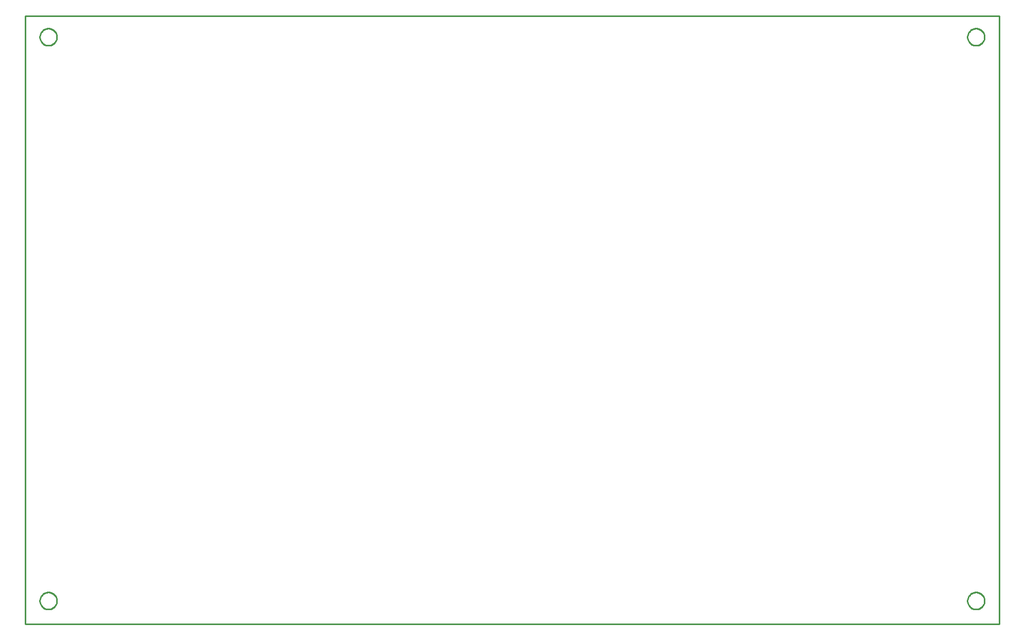
<source format=gbr>
G04 EAGLE Gerber RS-274X export*
G75*
%MOMM*%
%FSLAX34Y34*%
%LPD*%
%IN*%
%IPPOS*%
%AMOC8*
5,1,8,0,0,1.08239X$1,22.5*%
G01*
%ADD10C,0.254000*%


D10*
X0Y0D02*
X1600000Y0D01*
X1600000Y1000000D01*
X0Y1000000D01*
X0Y0D01*
X52100Y37600D02*
X52029Y36603D01*
X51886Y35613D01*
X51674Y34636D01*
X51392Y33676D01*
X51043Y32739D01*
X50627Y31829D01*
X50148Y30952D01*
X49607Y30110D01*
X49008Y29310D01*
X48353Y28554D01*
X47646Y27847D01*
X46890Y27192D01*
X46090Y26593D01*
X45248Y26052D01*
X44371Y25573D01*
X43461Y25157D01*
X42524Y24808D01*
X41565Y24526D01*
X40587Y24314D01*
X39598Y24171D01*
X38600Y24100D01*
X37600Y24100D01*
X36603Y24171D01*
X35613Y24314D01*
X34636Y24526D01*
X33676Y24808D01*
X32739Y25157D01*
X31829Y25573D01*
X30952Y26052D01*
X30110Y26593D01*
X29310Y27192D01*
X28554Y27847D01*
X27847Y28554D01*
X27192Y29310D01*
X26593Y30110D01*
X26052Y30952D01*
X25573Y31829D01*
X25157Y32739D01*
X24808Y33676D01*
X24526Y34636D01*
X24314Y35613D01*
X24171Y36603D01*
X24100Y37600D01*
X24100Y38600D01*
X24171Y39598D01*
X24314Y40587D01*
X24526Y41565D01*
X24808Y42524D01*
X25157Y43461D01*
X25573Y44371D01*
X26052Y45248D01*
X26593Y46090D01*
X27192Y46890D01*
X27847Y47646D01*
X28554Y48353D01*
X29310Y49008D01*
X30110Y49607D01*
X30952Y50148D01*
X31829Y50627D01*
X32739Y51043D01*
X33676Y51392D01*
X34636Y51674D01*
X35613Y51886D01*
X36603Y52029D01*
X37600Y52100D01*
X38600Y52100D01*
X39598Y52029D01*
X40587Y51886D01*
X41565Y51674D01*
X42524Y51392D01*
X43461Y51043D01*
X44371Y50627D01*
X45248Y50148D01*
X46090Y49607D01*
X46890Y49008D01*
X47646Y48353D01*
X48353Y47646D01*
X49008Y46890D01*
X49607Y46090D01*
X50148Y45248D01*
X50627Y44371D01*
X51043Y43461D01*
X51392Y42524D01*
X51674Y41565D01*
X51886Y40587D01*
X52029Y39598D01*
X52100Y38600D01*
X52100Y37600D01*
X52100Y964700D02*
X52029Y963703D01*
X51886Y962713D01*
X51674Y961736D01*
X51392Y960776D01*
X51043Y959839D01*
X50627Y958929D01*
X50148Y958052D01*
X49607Y957210D01*
X49008Y956410D01*
X48353Y955654D01*
X47646Y954947D01*
X46890Y954292D01*
X46090Y953693D01*
X45248Y953152D01*
X44371Y952673D01*
X43461Y952257D01*
X42524Y951908D01*
X41565Y951626D01*
X40587Y951414D01*
X39598Y951271D01*
X38600Y951200D01*
X37600Y951200D01*
X36603Y951271D01*
X35613Y951414D01*
X34636Y951626D01*
X33676Y951908D01*
X32739Y952257D01*
X31829Y952673D01*
X30952Y953152D01*
X30110Y953693D01*
X29310Y954292D01*
X28554Y954947D01*
X27847Y955654D01*
X27192Y956410D01*
X26593Y957210D01*
X26052Y958052D01*
X25573Y958929D01*
X25157Y959839D01*
X24808Y960776D01*
X24526Y961736D01*
X24314Y962713D01*
X24171Y963703D01*
X24100Y964700D01*
X24100Y965700D01*
X24171Y966698D01*
X24314Y967687D01*
X24526Y968665D01*
X24808Y969624D01*
X25157Y970561D01*
X25573Y971471D01*
X26052Y972348D01*
X26593Y973190D01*
X27192Y973990D01*
X27847Y974746D01*
X28554Y975453D01*
X29310Y976108D01*
X30110Y976707D01*
X30952Y977248D01*
X31829Y977727D01*
X32739Y978143D01*
X33676Y978492D01*
X34636Y978774D01*
X35613Y978986D01*
X36603Y979129D01*
X37600Y979200D01*
X38600Y979200D01*
X39598Y979129D01*
X40587Y978986D01*
X41565Y978774D01*
X42524Y978492D01*
X43461Y978143D01*
X44371Y977727D01*
X45248Y977248D01*
X46090Y976707D01*
X46890Y976108D01*
X47646Y975453D01*
X48353Y974746D01*
X49008Y973990D01*
X49607Y973190D01*
X50148Y972348D01*
X50627Y971471D01*
X51043Y970561D01*
X51392Y969624D01*
X51674Y968665D01*
X51886Y967687D01*
X52029Y966698D01*
X52100Y965700D01*
X52100Y964700D01*
X1576100Y964700D02*
X1576029Y963703D01*
X1575886Y962713D01*
X1575674Y961736D01*
X1575392Y960776D01*
X1575043Y959839D01*
X1574627Y958929D01*
X1574148Y958052D01*
X1573607Y957210D01*
X1573008Y956410D01*
X1572353Y955654D01*
X1571646Y954947D01*
X1570890Y954292D01*
X1570090Y953693D01*
X1569248Y953152D01*
X1568371Y952673D01*
X1567461Y952257D01*
X1566524Y951908D01*
X1565565Y951626D01*
X1564587Y951414D01*
X1563598Y951271D01*
X1562600Y951200D01*
X1561600Y951200D01*
X1560603Y951271D01*
X1559613Y951414D01*
X1558636Y951626D01*
X1557676Y951908D01*
X1556739Y952257D01*
X1555829Y952673D01*
X1554952Y953152D01*
X1554110Y953693D01*
X1553310Y954292D01*
X1552554Y954947D01*
X1551847Y955654D01*
X1551192Y956410D01*
X1550593Y957210D01*
X1550052Y958052D01*
X1549573Y958929D01*
X1549157Y959839D01*
X1548808Y960776D01*
X1548526Y961736D01*
X1548314Y962713D01*
X1548171Y963703D01*
X1548100Y964700D01*
X1548100Y965700D01*
X1548171Y966698D01*
X1548314Y967687D01*
X1548526Y968665D01*
X1548808Y969624D01*
X1549157Y970561D01*
X1549573Y971471D01*
X1550052Y972348D01*
X1550593Y973190D01*
X1551192Y973990D01*
X1551847Y974746D01*
X1552554Y975453D01*
X1553310Y976108D01*
X1554110Y976707D01*
X1554952Y977248D01*
X1555829Y977727D01*
X1556739Y978143D01*
X1557676Y978492D01*
X1558636Y978774D01*
X1559613Y978986D01*
X1560603Y979129D01*
X1561600Y979200D01*
X1562600Y979200D01*
X1563598Y979129D01*
X1564587Y978986D01*
X1565565Y978774D01*
X1566524Y978492D01*
X1567461Y978143D01*
X1568371Y977727D01*
X1569248Y977248D01*
X1570090Y976707D01*
X1570890Y976108D01*
X1571646Y975453D01*
X1572353Y974746D01*
X1573008Y973990D01*
X1573607Y973190D01*
X1574148Y972348D01*
X1574627Y971471D01*
X1575043Y970561D01*
X1575392Y969624D01*
X1575674Y968665D01*
X1575886Y967687D01*
X1576029Y966698D01*
X1576100Y965700D01*
X1576100Y964700D01*
X1576100Y37600D02*
X1576029Y36603D01*
X1575886Y35613D01*
X1575674Y34636D01*
X1575392Y33676D01*
X1575043Y32739D01*
X1574627Y31829D01*
X1574148Y30952D01*
X1573607Y30110D01*
X1573008Y29310D01*
X1572353Y28554D01*
X1571646Y27847D01*
X1570890Y27192D01*
X1570090Y26593D01*
X1569248Y26052D01*
X1568371Y25573D01*
X1567461Y25157D01*
X1566524Y24808D01*
X1565565Y24526D01*
X1564587Y24314D01*
X1563598Y24171D01*
X1562600Y24100D01*
X1561600Y24100D01*
X1560603Y24171D01*
X1559613Y24314D01*
X1558636Y24526D01*
X1557676Y24808D01*
X1556739Y25157D01*
X1555829Y25573D01*
X1554952Y26052D01*
X1554110Y26593D01*
X1553310Y27192D01*
X1552554Y27847D01*
X1551847Y28554D01*
X1551192Y29310D01*
X1550593Y30110D01*
X1550052Y30952D01*
X1549573Y31829D01*
X1549157Y32739D01*
X1548808Y33676D01*
X1548526Y34636D01*
X1548314Y35613D01*
X1548171Y36603D01*
X1548100Y37600D01*
X1548100Y38600D01*
X1548171Y39598D01*
X1548314Y40587D01*
X1548526Y41565D01*
X1548808Y42524D01*
X1549157Y43461D01*
X1549573Y44371D01*
X1550052Y45248D01*
X1550593Y46090D01*
X1551192Y46890D01*
X1551847Y47646D01*
X1552554Y48353D01*
X1553310Y49008D01*
X1554110Y49607D01*
X1554952Y50148D01*
X1555829Y50627D01*
X1556739Y51043D01*
X1557676Y51392D01*
X1558636Y51674D01*
X1559613Y51886D01*
X1560603Y52029D01*
X1561600Y52100D01*
X1562600Y52100D01*
X1563598Y52029D01*
X1564587Y51886D01*
X1565565Y51674D01*
X1566524Y51392D01*
X1567461Y51043D01*
X1568371Y50627D01*
X1569248Y50148D01*
X1570090Y49607D01*
X1570890Y49008D01*
X1571646Y48353D01*
X1572353Y47646D01*
X1573008Y46890D01*
X1573607Y46090D01*
X1574148Y45248D01*
X1574627Y44371D01*
X1575043Y43461D01*
X1575392Y42524D01*
X1575674Y41565D01*
X1575886Y40587D01*
X1576029Y39598D01*
X1576100Y38600D01*
X1576100Y37600D01*
M02*

</source>
